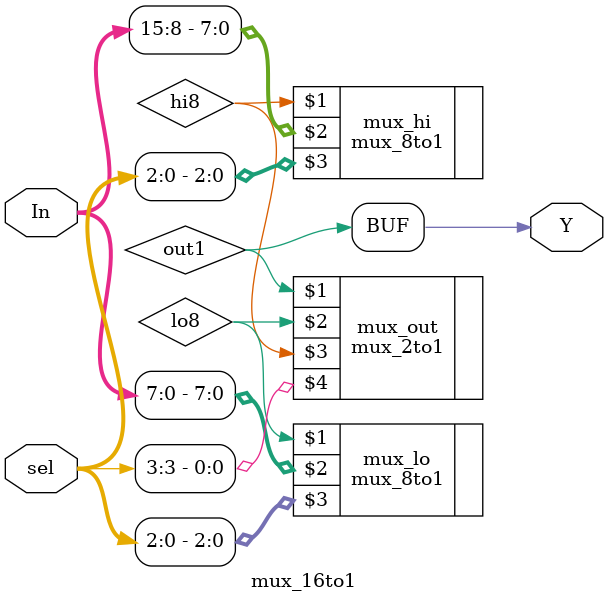
<source format=v>
/**********************************************************************
* Date: Aug. 
16
, 
2006
* File: Mux_16_to_1.v (440 Examples)
*
* Structural of a 16 to 1 MUX (Sixteen 1-bit inputs) that is built
* using two 8-to-1 muxes that feed a 2-to-1 mux.
*
* Note the use of a continuous assignment statement for implementing
* the combinational logic, avoiding the necessity of a "register"
* data type for output Y.
**********************************************************************/
//*********************************************************
module mux_16to1(Y, In, sel);
//*********************************************************
  output       Y;
  input [15:0] In;
  input [3:0]  sel;
  wire         lo8, hi8, out1;
  // Instantiate the 8-to-1 muxes and the 2-to-1 mux
     mux_8to1 mux_lo (lo8, In[7:0], sel[2:0]);
     mux_8to1 mux_hi (hi8, In[15:8], sel[2:0]);
     mux_2to1 mux_out (out1, lo8, hi8, sel[3]);
  // equate the wire out of the 2-to-1 with 
  // the actual output (Y) of the 16-to-1 mux
     assign Y = out1;
endmodule

</source>
